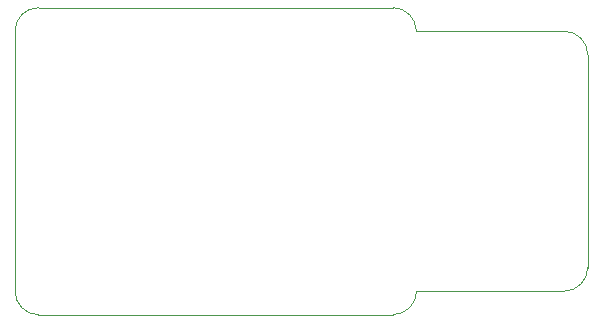
<source format=gbr>
%TF.GenerationSoftware,KiCad,Pcbnew,(6.0.2)*%
%TF.CreationDate,2023-05-04T12:33:09+02:00*%
%TF.ProjectId,ArduBatt,41726475-4261-4747-942e-6b696361645f,rev?*%
%TF.SameCoordinates,Original*%
%TF.FileFunction,Profile,NP*%
%FSLAX46Y46*%
G04 Gerber Fmt 4.6, Leading zero omitted, Abs format (unit mm)*
G04 Created by KiCad (PCBNEW (6.0.2)) date 2023-05-04 12:33:09*
%MOMM*%
%LPD*%
G01*
G04 APERTURE LIST*
%TA.AperFunction,Profile*%
%ADD10C,0.100000*%
%TD*%
G04 APERTURE END LIST*
D10*
X153500000Y-69000000D02*
X153499999Y-87014163D01*
X105000001Y-66985837D02*
X105000000Y-89000000D01*
X137000000Y-91000000D02*
G75*
G03*
X139000000Y-89000000I1J1999999D01*
G01*
X139000000Y-89000000D02*
X151500000Y-89000000D01*
X106985837Y-90999999D02*
X137000000Y-91000000D01*
X105000000Y-89000000D02*
G75*
G03*
X106985837Y-90999999I2000049J0D01*
G01*
X138985837Y-67000000D02*
G75*
G03*
X137000000Y-65000001I-2000049J0D01*
G01*
X107000000Y-65000000D02*
G75*
G03*
X105000001Y-66985837I0J-2000049D01*
G01*
X137000000Y-65000000D02*
X107000000Y-65000000D01*
X151500000Y-89000000D02*
G75*
G03*
X153499999Y-87014163I0J2000049D01*
G01*
X153500000Y-69000000D02*
G75*
G03*
X151514163Y-67000001I-2000049J0D01*
G01*
X138985837Y-67000000D02*
X151514163Y-67000001D01*
M02*

</source>
